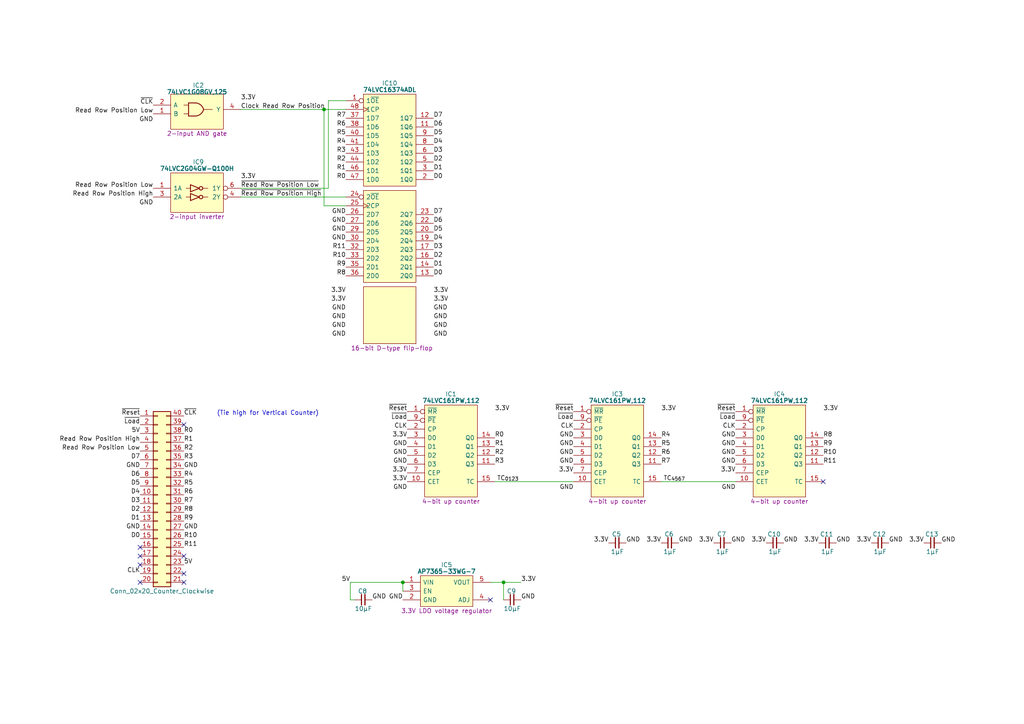
<source format=kicad_sch>
(kicad_sch (version 20230121) (generator eeschema)
  (paper "A4")
  (title_block (title "12bit Video Counter") (date "2023-11-11") (rev "V0"))
  (lib_symbols
    (symbol "Connector_Generic:Conn_02x20_Counter_Clockwise" (pin_names (offset 1.016) hide)
      (property "Reference" "J" (at 1.27 25.4 0))
      (property "Value" "Conn_02x20_Counter_Clockwise" (at 1.27 -27.94 0))
      (symbol "Conn_02x20_Counter_Clockwise_1_1"
        (rectangle (start -1.27 -25.273) (end 0 -25.527) (stroke (width 0.1524)))
        (rectangle (start -1.27 -22.733) (end 0 -22.987) (stroke (width 0.1524)))
        (rectangle (start -1.27 -20.193) (end 0 -20.447) (stroke (width 0.1524)))
        (rectangle (start -1.27 -17.653) (end 0 -17.907) (stroke (width 0.1524)))
        (rectangle (start -1.27 -15.113) (end 0 -15.367) (stroke (width 0.1524)))
        (rectangle (start -1.27 -12.573) (end 0 -12.827) (stroke (width 0.1524)))
        (rectangle (start -1.27 -10.033) (end 0 -10.287) (stroke (width 0.1524)))
        (rectangle (start -1.27 -7.493) (end 0 -7.747) (stroke (width 0.1524)))
        (rectangle (start -1.27 -4.953) (end 0 -5.207) (stroke (width 0.1524)))
        (rectangle (start -1.27 -2.413) (end 0 -2.667) (stroke (width 0.1524)))
        (rectangle (start -1.27 0.127) (end 0 -0.127) (stroke (width 0.1524)))
        (rectangle (start -1.27 2.667) (end 0 2.413) (stroke (width 0.1524)))
        (rectangle (start -1.27 5.207) (end 0 4.953) (stroke (width 0.1524)))
        (rectangle (start -1.27 7.747) (end 0 7.493) (stroke (width 0.1524)))
        (rectangle (start -1.27 10.287) (end 0 10.033) (stroke (width 0.1524)))
        (rectangle (start -1.27 12.827) (end 0 12.573) (stroke (width 0.1524)))
        (rectangle (start -1.27 15.367) (end 0 15.113) (stroke (width 0.1524)))
        (rectangle (start -1.27 17.907) (end 0 17.653) (stroke (width 0.1524)))
        (rectangle (start -1.27 20.447) (end 0 20.193) (stroke (width 0.1524)))
        (rectangle (start -1.27 22.987) (end 0 22.733) (stroke (width 0.1524)))
        (rectangle (start -1.27 24.13) (end 3.81 -26.67) (stroke (width 0.254)) (fill (type background)))
        (rectangle (start 3.81 -25.273) (end 2.54 -25.527) (stroke (width 0.1524)))
        (rectangle (start 3.81 -22.733) (end 2.54 -22.987) (stroke (width 0.1524)))
        (rectangle (start 3.81 -20.193) (end 2.54 -20.447) (stroke (width 0.1524)))
        (rectangle (start 3.81 -17.653) (end 2.54 -17.907) (stroke (width 0.1524)))
        (rectangle (start 3.81 -15.113) (end 2.54 -15.367) (stroke (width 0.1524)))
        (rectangle (start 3.81 -12.573) (end 2.54 -12.827) (stroke (width 0.1524)))
        (rectangle (start 3.81 -10.033) (end 2.54 -10.287) (stroke (width 0.1524)))
        (rectangle (start 3.81 -7.493) (end 2.54 -7.747) (stroke (width 0.1524)))
        (rectangle (start 3.81 -4.953) (end 2.54 -5.207) (stroke (width 0.1524)))
        (rectangle (start 3.81 -2.413) (end 2.54 -2.667) (stroke (width 0.1524)))
        (rectangle (start 3.81 0.127) (end 2.54 -0.127) (stroke (width 0.1524)))
        (rectangle (start 3.81 2.667) (end 2.54 2.413) (stroke (width 0.1524)))
        (rectangle (start 3.81 5.207) (end 2.54 4.953) (stroke (width 0.1524)))
        (rectangle (start 3.81 7.747) (end 2.54 7.493) (stroke (width 0.1524)))
        (rectangle (start 3.81 10.287) (end 2.54 10.033) (stroke (width 0.1524)))
        (rectangle (start 3.81 12.827) (end 2.54 12.573) (stroke (width 0.1524)))
        (rectangle (start 3.81 15.367) (end 2.54 15.113) (stroke (width 0.1524)))
        (rectangle (start 3.81 17.907) (end 2.54 17.653) (stroke (width 0.1524)))
        (rectangle (start 3.81 20.447) (end 2.54 20.193) (stroke (width 0.1524)))
        (rectangle (start 3.81 22.987) (end 2.54 22.733) (stroke (width 0.1524)))
        (pin passive line (at -5.08 22.86 0) (length 3.81) (name "Pin_1") (number "1"))
        (pin passive line (at -5.08 0 0) (length 3.81) (name "Pin_10") (number "10"))
        (pin passive line (at -5.08 -2.54 0) (length 3.81) (name "Pin_11") (number "11"))
        (pin passive line (at -5.08 -5.08 0) (length 3.81) (name "Pin_12") (number "12"))
        (pin passive line (at -5.08 -7.62 0) (length 3.81) (name "Pin_13") (number "13"))
        (pin passive line (at -5.08 -10.16 0) (length 3.81) (name "Pin_14") (number "14"))
        (pin passive line (at -5.08 -12.7 0) (length 3.81) (name "Pin_15") (number "15"))
        (pin passive line (at -5.08 -15.24 0) (length 3.81) (name "Pin_16") (number "16"))
        (pin passive line (at -5.08 -17.78 0) (length 3.81) (name "Pin_17") (number "17"))
        (pin passive line (at -5.08 -20.32 0) (length 3.81) (name "Pin_18") (number "18"))
        (pin passive line (at -5.08 -22.86 0) (length 3.81) (name "Pin_19") (number "19"))
        (pin passive line (at -5.08 20.32 0) (length 3.81) (name "Pin_2") (number "2"))
        (pin passive line (at -5.08 -25.4 0) (length 3.81) (name "Pin_20") (number "20"))
        (pin passive line (at 7.62 -25.4 180) (length 3.81) (name "Pin_21") (number "21"))
        (pin passive line (at 7.62 -22.86 180) (length 3.81) (name "Pin_22") (number "22"))
        (pin passive line (at 7.62 -20.32 180) (length 3.81) (name "Pin_23") (number "23"))
        (pin passive line (at 7.62 -17.78 180) (length 3.81) (name "Pin_24") (number "24"))
        (pin passive line (at 7.62 -15.24 180) (length 3.81) (name "Pin_25") (number "25"))
        (pin passive line (at 7.62 -12.7 180) (length 3.81) (name "Pin_26") (number "26"))
        (pin passive line (at 7.62 -10.16 180) (length 3.81) (name "Pin_27") (number "27"))
        (pin passive line (at 7.62 -7.62 180) (length 3.81) (name "Pin_28") (number "28"))
        (pin passive line (at 7.62 -5.08 180) (length 3.81) (name "Pin_29") (number "29"))
        (pin passive line (at -5.08 17.78 0) (length 3.81) (name "Pin_3") (number "3"))
        (pin passive line (at 7.62 -2.54 180) (length 3.81) (name "Pin_30") (number "30"))
        (pin passive line (at 7.62 0 180) (length 3.81) (name "Pin_31") (number "31"))
        (pin passive line (at 7.62 2.54 180) (length 3.81) (name "Pin_32") (number "32"))
        (pin passive line (at 7.62 5.08 180) (length 3.81) (name "Pin_33") (number "33"))
        (pin passive line (at 7.62 7.62 180) (length 3.81) (name "Pin_34") (number "34"))
        (pin passive line (at 7.62 10.16 180) (length 3.81) (name "Pin_35") (number "35"))
        (pin passive line (at 7.62 12.7 180) (length 3.81) (name "Pin_36") (number "36"))
        (pin passive line (at 7.62 15.24 180) (length 3.81) (name "Pin_37") (number "37"))
        (pin passive line (at 7.62 17.78 180) (length 3.81) (name "Pin_38") (number "38"))
        (pin passive line (at 7.62 20.32 180) (length 3.81) (name "Pin_39") (number "39"))
        (pin passive line (at -5.08 15.24 0) (length 3.81) (name "Pin_4") (number "4"))
        (pin passive line (at 7.62 22.86 180) (length 3.81) (name "Pin_40") (number "40"))
        (pin passive line (at -5.08 12.7 0) (length 3.81) (name "Pin_5") (number "5"))
        (pin passive line (at -5.08 10.16 0) (length 3.81) (name "Pin_6") (number "6"))
        (pin passive line (at -5.08 7.62 0) (length 3.81) (name "Pin_7") (number "7"))
        (pin passive line (at -5.08 5.08 0) (length 3.81) (name "Pin_8") (number "8"))
        (pin passive line (at -5.08 2.54 0) (length 3.81) (name "Pin_9") (number "9"))
      )
    )
    (symbol "Diodes_Inc:AP7365-33WG-7" (pin_names (offset 0.762))
      (property "Reference" "IC" (at 12.7 5.08 0))
      (property "Value" "AP7365-33WG-7" (at 12.7 3.175 0))
      (property "Description" "3.3V LDO voltage regulator" (at 12.7 -8.255 0))
      (symbol "AP7365-33WG-7_0_0"
        (pin passive line (at 0 0 0) (length 5.08) (name "VIN") (number "1"))
        (pin passive line (at 0 -5.08 0) (length 5.08) (name "GND") (number "2"))
        (pin input line (at 0 -2.54 0) (length 5.08) (name "EN") (number "3"))
        (pin passive line (at 25.4 -5.08 180) (length 5.08) (name "ADJ") (number "4"))
        (pin passive line (at 25.4 0 180) (length 5.08) (name "VOUT") (number "5"))
      )
      (symbol "AP7365-33WG-7_0_1"
        (polyline (pts (xy 5.08 1.905) (xy 20.32 1.905) (xy 20.32 -6.985) (xy 5.08 -6.985) (xy 5.08 1.905)) (fill (type background)))
      )
    )
    (symbol "HCP65:C_0805" (pin_numbers hide) (pin_names (offset 0.254) hide)
      (property "Reference" "C" (at 2.286 2.54 0))
      (property "Value" "?μF" (at 2.54 -2.54 0))
      (symbol "C_0805_0_1"
        (polyline (pts (xy 1.9685 -1.4605) (xy 1.9685 1.5875)) (stroke (width 0.3048)))
        (polyline (pts (xy 2.9845 -1.4605) (xy 2.9845 1.5875)) (stroke (width 0.3302)))
      )
      (symbol "C_0805_1_1"
        (pin passive line (at 0 0 0) (length 2.032) (name "~") (number "1"))
        (pin passive line (at 5.08 0 180) (length 2.032) (name "~") (number "2"))
      )
    )
    (symbol "Nexperia:74LVC161PW,112" (pin_names (offset 0.762))
      (property "Reference" "IC" (at 12.7 5.08 0))
      (property "Value" "74LVC161PW,112" (at 12.7 3.175 0))
      (property "Description" "4-bit up counter" (at 12.7 -26.035 0))
      (symbol "74LVC161PW,112_0_0"
        (pin input inverted (at 0 0 0) (length 5.08) (name "~{MR}") (number "1"))
        (pin input line (at 0 -20.32 0) (length 5.08) (name "CET") (number "10"))
        (pin output line (at 25.4 -15.24 180) (length 5.08) (name "Q3") (number "11"))
        (pin output line (at 25.4 -12.7 180) (length 5.08) (name "Q2") (number "12"))
        (pin output line (at 25.4 -10.16 180) (length 5.08) (name "Q1") (number "13"))
        (pin output line (at 25.4 -7.62 180) (length 5.08) (name "Q0") (number "14"))
        (pin output line (at 25.4 -20.32 180) (length 5.08) (name "TC") (number "15"))
        (pin passive line (at 25.4 0 180) (length 5.08) hide (name "3V") (number "16"))
        (pin input line (at 0 -5.08 0) (length 5.08) (name "CP") (number "2"))
        (pin input line (at 0 -7.62 0) (length 5.08) (name "D0") (number "3"))
        (pin input line (at 0 -10.16 0) (length 5.08) (name "D1") (number "4"))
        (pin input line (at 0 -12.7 0) (length 5.08) (name "D2") (number "5"))
        (pin input line (at 0 -15.24 0) (length 5.08) (name "D3") (number "6"))
        (pin input line (at 0 -17.78 0) (length 5.08) (name "CEP") (number "7"))
        (pin passive line (at 0 -22.86 0) (length 5.08) hide (name "GND") (number "8"))
        (pin input inverted (at 0 -2.54 0) (length 5.08) (name "~{PE}") (number "9"))
      )
      (symbol "74LVC161PW,112_0_1"
        (polyline (pts (xy 5.08 1.905) (xy 20.32 1.905) (xy 20.32 -24.765) (xy 5.08 -24.765) (xy 5.08 1.905)) (stroke (width 0.1524)) (fill (type background)))
      )
    )
    (symbol "Nexperia:74LVC16374ADL" (pin_names (offset 0.762))
      (property "Reference" "IC" (at 13.335 5.08 0))
      (property "Value" "74LVC16374ADL" (at 13.335 3.175 0))
      (property "Description" "16-bit D-type flip-flop" (at 13.97 -71.755 0))
      (symbol "74LVC16374ADL_0_0"
        (pin input inverted (at 0.635 0 0) (length 5.08) (name "1~{OE}") (number "1"))
        (pin tri_state line (at 26.035 -7.62 180) (length 5.08) (name "1Q6") (number "11"))
        (pin tri_state line (at 26.035 -5.08 180) (length 5.08) (name "1Q7") (number "12"))
        (pin tri_state line (at 26.035 -50.8 180) (length 5.08) (name "2Q0") (number "13"))
        (pin tri_state line (at 26.035 -48.26 180) (length 5.08) (name "2Q1") (number "14"))
        (pin tri_state line (at 26.035 -45.72 180) (length 5.08) (name "2Q2") (number "16"))
        (pin tri_state line (at 26.035 -43.18 180) (length 5.08) (name "2Q3") (number "17"))
        (pin tri_state line (at 26.035 -40.64 180) (length 5.08) (name "2Q4") (number "19"))
        (pin tri_state line (at 26.035 -22.86 180) (length 5.08) (name "1Q0") (number "2"))
        (pin tri_state line (at 26.035 -38.1 180) (length 5.08) (name "2Q5") (number "20"))
        (pin tri_state line (at 26.035 -33.02 180) (length 5.08) (name "2Q7") (number "23"))
        (pin input inverted (at 0.635 -27.94 0) (length 5.08) (name "2~{OE}") (number "24"))
        (pin input line (at 0.635 -33.02 0) (length 5.08) (name "2D7") (number "26"))
        (pin input line (at 0.635 -35.56 0) (length 5.08) (name "2D6") (number "27"))
        (pin input line (at 0.635 -38.1 0) (length 5.08) (name "2D5") (number "29"))
        (pin tri_state line (at 26.035 -20.32 180) (length 5.08) (name "1Q1") (number "3"))
        (pin input line (at 0.635 -40.64 0) (length 5.08) (name "2D4") (number "30"))
        (pin input line (at 0.635 -43.18 0) (length 5.08) (name "2D3") (number "32"))
        (pin input line (at 0.635 -45.72 0) (length 5.08) (name "2D2") (number "33"))
        (pin input line (at 0.635 -48.26 0) (length 5.08) (name "2D1") (number "35"))
        (pin input line (at 0.635 -50.8 0) (length 5.08) (name "2D0") (number "36"))
        (pin input line (at 0.635 -5.08 0) (length 5.08) (name "1D7") (number "37"))
        (pin input line (at 0.635 -10.16 0) (length 5.08) (name "1D5") (number "40"))
        (pin input line (at 0.635 -12.7 0) (length 5.08) (name "1D4") (number "41"))
        (pin input line (at 0.635 -15.24 0) (length 5.08) (name "1D3") (number "43"))
        (pin input line (at 0.635 -17.78 0) (length 5.08) (name "1D2") (number "44"))
        (pin input line (at 0.635 -20.32 0) (length 5.08) (name "1D1") (number "46"))
        (pin input line (at 0.635 -22.86 0) (length 5.08) (name "1D0") (number "47"))
        (pin tri_state line (at 26.035 -17.78 180) (length 5.08) (name "1Q2") (number "5"))
        (pin tri_state line (at 26.035 -15.24 180) (length 5.08) (name "1Q3") (number "6"))
        (pin tri_state line (at 26.035 -12.7 180) (length 5.08) (name "1Q4") (number "8"))
        (pin tri_state line (at 26.035 -10.16 180) (length 5.08) (name "1Q5") (number "9"))
      )
      (symbol "74LVC16374ADL_0_1"
        (polyline (pts (xy 5.715 -53.975) (xy 20.955 -53.975) (xy 20.955 -70.485) (xy 5.715 -70.485) (xy 5.715 -53.975)) (stroke (width 0.1524)) (fill (type background)))
        (polyline (pts (xy 5.715 -26.035) (xy 20.955 -26.035) (xy 20.955 -52.705) (xy 5.715 -52.705) (xy 5.715 -26.035)) (stroke (width 0.1524)) (fill (type background)))
        (polyline (pts (xy 5.715 1.905) (xy 20.955 1.905) (xy 20.955 -24.765) (xy 5.715 -24.765) (xy 5.715 1.905)) (stroke (width 0.1524)) (fill (type background)))
      )
      (symbol "74LVC16374ADL_1_0"
        (pin passive line (at 0.635 -63.5 0) (length 5.08) hide (name "GND") (number "10"))
        (pin passive line (at 0.635 -66.04 0) (length 5.08) hide (name "GND") (number "15"))
        (pin passive line (at 0.635 -58.42 0) (length 5.08) hide (name "3V") (number "18"))
        (pin passive line (at 0.635 -68.58 0) (length 5.08) hide (name "GND") (number "21"))
        (pin tri_state line (at 26.035 -35.56 180) (length 5.08) (name "2Q6") (number "22"))
        (pin input clock (at 0.635 -30.48 0) (length 5.08) (name "2CP") (number "25"))
        (pin passive line (at 26.035 -68.58 180) (length 5.08) hide (name "GND") (number "28"))
        (pin passive line (at 26.035 -58.42 180) (length 5.08) hide (name "3V") (number "31"))
        (pin passive line (at 26.035 -66.04 180) (length 5.08) hide (name "GND") (number "34"))
        (pin input line (at 0.635 -7.62 0) (length 5.08) (name "1D6") (number "38"))
        (pin passive line (at 26.035 -63.5 180) (length 5.08) hide (name "GND") (number "39"))
        (pin passive line (at 0.635 -60.96 0) (length 5.08) hide (name "GND") (number "4"))
        (pin passive line (at 26.035 -55.88 180) (length 5.08) hide (name "3V") (number "42"))
        (pin passive line (at 26.035 -60.96 180) (length 5.08) hide (name "GND") (number "45"))
        (pin input clock (at 0.635 -2.54 0) (length 5.08) (name "1CP") (number "48"))
        (pin passive line (at 0.635 -55.88 0) (length 5.08) hide (name "3V") (number "7"))
      )
    )
    (symbol "Nexperia:74LVC1G08GV,125" (pin_names (offset 0.762))
      (property "Reference" "IC" (at 11.43 6.35 0))
      (property "Value" "74LVC1G08GV,125" (at 12.7 4.445 0))
      (property "Description" "2-input AND gate" (at 12.7 -8.255 0))
      (symbol "74LVC1G08GV,125_0_0"
        (pin input line (at 0 -2.54 0) (length 5.08) (name "B") (number "1"))
        (pin input line (at 0 0 0) (length 5.08) (name "A") (number "2"))
        (pin passive line (at 0 -5.08 0) (length 5.08) hide (name "GND") (number "3"))
        (pin output line (at 25.4 -1.27 180) (length 5.08) (name "Y") (number "4"))
        (pin passive line (at 25.4 1.27 180) (length 5.08) hide (name "3V") (number "5"))
      )
      (symbol "74LVC1G08GV,125_0_1"
        (polyline (pts (xy 8.89 -2.54) (xy 10.1599 -2.54)))
        (polyline (pts (xy 8.89 0) (xy 10.1599 0)))
        (polyline (pts (xy 10.248 0.635) (xy 10.248 -3.175)) (stroke (width 0.254)) (fill (type background)))
        (polyline (pts (xy 12.065 -3.175) (xy 10.248 -3.175)) (stroke (width 0.254)) (fill (type background)))
        (polyline (pts (xy 12.065 0.635) (xy 10.248 0.635)) (stroke (width 0.254)) (fill (type background)))
        (polyline (pts (xy 14.605 -1.27) (xy 17.145 -1.27)))
        (polyline (pts (xy 5.08 3.175) (xy 20.32 3.175) (xy 20.32 -6.985) (xy 5.08 -6.985) (xy 5.08 3.175)) (stroke (width 0.1524)) (fill (type background)))
        (arc (start 12.065 -3.175) (mid 13.6634 -2.6604) (end 14.605 -1.27) (stroke (width 0.254)))
        (arc (start 14.605 -1.27) (mid 13.6644 0.1222) (end 12.065 0.635) (stroke (width 0.254)))
      )
    )
    (symbol "Nexperia:74LVC2G04GW-Q100H" (pin_names (offset 0.762))
      (property "Reference" "IC" (at 11.43 7.62 0))
      (property "Value" "74LVC2G04GW-Q100H" (at 12.7 5.715 0))
      (property "Description" "2-input inverter" (at 12.7 -8.255 0))
      (symbol "74LVC2G04GW-Q100H_0_0"
        (pin input line (at 0 0 0) (length 5.08) (name "1A") (number "1"))
        (pin passive line (at 0 -5.08 0) (length 5.08) hide (name "GND") (number "2"))
        (pin input line (at 0 -2.54 0) (length 5.08) (name "2A") (number "3"))
        (pin output inverted (at 25.4 -2.54 180) (length 5.08) (name "2Y") (number "4"))
        (pin passive line (at 25.4 2.54 180) (length 5.08) hide (name "3V") (number "5"))
        (pin output inverted (at 25.4 0 180) (length 5.08) (name "1Y") (number "6"))
      )
      (symbol "74LVC2G04GW-Q100H_0_1"
        (polyline (pts (xy 9.525 -2.54) (xy 10.7949 -2.54)))
        (polyline (pts (xy 9.525 0) (xy 10.7949 0)))
        (polyline (pts (xy 14.351 -2.54) (xy 15.875 -2.54)))
        (polyline (pts (xy 14.351 0) (xy 15.875 0)))
        (polyline (pts (xy 10.795 -3.556) (xy 13.335 -2.54) (xy 10.795 -1.524)) (stroke (width 0.254)))
        (polyline (pts (xy 10.795 -1.016) (xy 13.335 0) (xy 10.795 1.016)) (stroke (width 0.254)))
        (polyline (pts (xy 5.08 4.445) (xy 20.32 4.445) (xy 20.32 -6.985) (xy 5.08 -6.985) (xy 5.08 4.445)) (stroke (width 0.1524)) (fill (type background)))
        (rectangle (start 10.795 -1.524) (end 10.795 -3.556) (stroke (width 0.254)) (fill (type background)))
        (rectangle (start 10.795 1.016) (end 10.795 -1.016) (stroke (width 0.254)) (fill (type background)))
        (circle (center 13.843 -2.54) (radius 0.508) (stroke (width 0.254)))
        (circle (center 13.843 0) (radius 0.508) (stroke (width 0.254)))
      )
    )
  )
  (junction (at 93.98 31.75))
  (junction (at 116.84 168.91))
  (junction (at 146.05 168.91))
  (no_connect (at 40.64 168.91))
  (no_connect (at 142.24 173.99))
  (no_connect (at 53.34 166.37))
  (no_connect (at 53.34 161.29))
  (no_connect (at 53.34 168.91))
  (no_connect (at 53.34 123.19))
  (no_connect (at 40.64 158.75))
  (no_connect (at 238.76 139.7))
  (no_connect (at 40.64 163.83))
  (no_connect (at 40.64 161.29))
  (wire (pts (xy 69.85 31.75) (xy 93.98 31.75)))
  (wire (pts (xy 146.05 173.99) (xy 146.05 168.91)))
  (wire (pts (xy 93.98 59.69) (xy 100.33 59.69)))
  (wire (pts (xy 101.6 168.91) (xy 116.84 168.91)))
  (wire (pts (xy 116.84 168.91) (xy 116.84 171.45)))
  (wire (pts (xy 95.25 29.21) (xy 100.33 29.21)))
  (wire (pts (xy 142.24 168.91) (xy 146.05 168.91)))
  (wire (pts (xy 143.51 139.7) (xy 166.37 139.7)))
  (wire (pts (xy 101.6 168.91) (xy 101.6 173.99)))
  (wire (pts (xy 191.77 139.7) (xy 213.36 139.7)))
  (wire (pts (xy 93.98 31.75) (xy 100.33 31.75)))
  (wire (pts (xy 69.85 54.61) (xy 95.25 54.61)))
  (wire (pts (xy 69.85 57.15) (xy 100.33 57.15)))
  (wire (pts (xy 95.25 54.61) (xy 95.25 29.21)))
  (wire (pts (xy 93.98 31.75) (xy 93.98 59.69)))
  (wire (pts (xy 101.6 173.99) (xy 102.87 173.99)))
  (wire (pts (xy 146.05 168.91) (xy 151.13 168.91)))
  (text "(Tie high for Vertical Counter)" (at 62.865 120.65 0) (effects (font (size 1.27 1.27)) (justify left bottom)))
  (label "R7" (at 100.33 34.29 180))
  (label "R3" (at 143.51 134.62 0))
  (label "GND" (at 213.36 129.54 180))
  (label "R11" (at 238.76 134.62 0))
  (label "~{Load}" (at 40.64 123.19 180))
  (label "R10" (at 238.76 132.08 0))
  (label "R6" (at 53.34 143.51 0))
  (label "3.3V" (at 69.85 29.21 0))
  (label "GND" (at 100.33 67.31 180))
  (label "R5" (at 53.34 140.97 0))
  (label "R0" (at 100.33 52.07 180))
  (label "R9" (at 238.76 129.54 0))
  (label "GND" (at 40.64 135.89 180))
  (label "R8" (at 238.76 127 0))
  (label "D0" (at 125.73 52.07 0))
  (label "R11" (at 100.33 72.39 180))
  (label "R2" (at 100.33 46.99 180))
  (label "GND" (at 242.57 157.48 0))
  (label "D7" (at 125.73 34.29 0))
  (label "GND" (at 100.33 64.77 180))
  (label "GND" (at 166.37 134.62 180))
  (label "GND" (at 151.13 173.99 0))
  (label "~{Read Row Position Low}" (at 69.85 54.61 0))
  (label "D7" (at 40.64 133.35 180))
  (label "GND" (at 213.36 132.08 180))
  (label "GND" (at 125.73 97.79 0))
  (label "R8" (at 53.34 148.59 0))
  (label "TC_{0123}" (at 144.145 139.7 0))
  (label "GND" (at 118.11 132.08 180))
  (label "GND" (at 100.33 95.25 180))
  (label "3.3V" (at 100.33 87.63 180))
  (label "GND" (at 196.85 157.48 0))
  (label "D1" (at 125.73 49.53 0))
  (label "5V" (at 40.64 125.73 180))
  (label "D1" (at 125.73 77.47 0))
  (label "3.3V" (at 166.37 137.16 180))
  (label "D2" (at 125.73 46.99 0))
  (label "GND" (at 44.45 35.56 180))
  (label "D3" (at 125.73 72.39 0))
  (label "3.3V" (at 143.51 119.38 0))
  (label "D7" (at 125.73 62.23 0))
  (label "GND" (at 125.73 95.25 0))
  (label "5V" (at 53.34 163.83 0))
  (label "GND" (at 107.95 173.99 0))
  (label "5V" (at 101.6 168.91 180))
  (label "GND" (at 118.11 134.62 180))
  (label "TC_{4567}" (at 192.405 139.7 0))
  (label "R3" (at 100.33 44.45 180))
  (label "GND" (at 100.33 97.79 180))
  (label "R7" (at 53.34 146.05 0))
  (label "R7" (at 191.77 134.62 0))
  (label "GND" (at 166.37 142.24 180))
  (label "Read Row Position Low" (at 44.45 54.61 180))
  (label "D2" (at 125.73 74.93 0))
  (label "GND" (at 213.36 127 180))
  (label "R11" (at 53.34 158.75 0))
  (label "GND" (at 100.33 62.23 180))
  (label "D0" (at 40.64 156.21 180))
  (label "R1" (at 143.51 129.54 0))
  (label "GND" (at 166.37 127 180))
  (label "GND" (at 116.84 173.99 180))
  (label "GND" (at 118.11 142.24 180))
  (label "R5" (at 100.33 39.37 180))
  (label "R2" (at 53.34 130.81 0))
  (label "R10" (at 100.33 74.93 180))
  (label "D5" (at 40.64 140.97 180))
  (label "Read Row Position Low" (at 40.64 130.81 180))
  (label "GND" (at 118.11 129.54 180))
  (label "D0" (at 125.73 80.01 0))
  (label "CLK" (at 213.36 124.46 180))
  (label "D3" (at 125.73 44.45 0))
  (label "3.3V" (at 100.33 85.09 180))
  (label "Read Row Position High" (at 44.45 57.15 180))
  (label "3.3V" (at 237.49 157.48 180))
  (label "R6" (at 191.77 132.08 0))
  (label "3.3V" (at 118.11 127 180))
  (label "D6" (at 40.64 138.43 180))
  (label "~{Reset}" (at 118.11 119.38 180))
  (label "R1" (at 53.34 128.27 0))
  (label "Clock Read Row Position" (at 69.85 31.75 0))
  (label "3.3V" (at 222.25 157.48 180))
  (label "R3" (at 53.34 133.35 0))
  (label "3.3V" (at 213.36 137.16 180))
  (label "CLK" (at 40.64 166.37 180))
  (label "R4" (at 53.34 138.43 0))
  (label "R9" (at 100.33 77.47 180))
  (label "GND" (at 125.73 92.71 0))
  (label "GND" (at 213.36 142.24 180))
  (label "3.3V" (at 191.77 119.38 0))
  (label "R0" (at 53.34 125.73 0))
  (label "~{Load}" (at 118.11 121.92 180))
  (label "D4" (at 125.73 41.91 0))
  (label "3.3V" (at 125.73 85.09 0))
  (label "R2" (at 143.51 132.08 0))
  (label "3.3V" (at 238.76 119.38 0))
  (label "GND" (at 166.37 129.54 180))
  (label "GND" (at 125.73 90.17 0))
  (label "GND" (at 44.45 59.69 180))
  (label "R10" (at 53.34 156.21 0))
  (label "~{Load}" (at 213.36 121.92 180))
  (label "Read Row Position Low" (at 44.45 33.02 180))
  (label "R8" (at 100.33 80.01 180))
  (label "CLK" (at 118.11 124.46 180))
  (label "R6" (at 100.33 36.83 180))
  (label "D4" (at 40.64 143.51 180))
  (label "R4" (at 191.77 127 0))
  (label "GND" (at 166.37 132.08 180))
  (label "GND" (at 40.64 153.67 180))
  (label "3.3V" (at 151.13 168.91 0))
  (label "D3" (at 40.64 146.05 180))
  (label "GND" (at 181.61 157.48 0))
  (label "GND" (at 100.33 92.71 180))
  (label "~{Reset}" (at 166.37 119.38 180))
  (label "D6" (at 125.73 36.83 0))
  (label "3.3V" (at 118.11 139.7 180))
  (label "D4" (at 125.73 69.85 0))
  (label "3.3V" (at 207.01 157.48 180))
  (label "GND" (at 212.09 157.48 0))
  (label "~{Read Row Position High}" (at 69.85 57.15 0))
  (label "GND" (at 53.34 153.67 0))
  (label "D1" (at 40.64 151.13 180))
  (label "GND" (at 53.34 135.89 0))
  (label "~{Load}" (at 166.37 121.92 180))
  (label "3.3V" (at 125.73 87.63 0))
  (label "~{CLK}" (at 53.34 120.65 0))
  (label "GND" (at 273.05 157.48 0))
  (label "R9" (at 53.34 151.13 0))
  (label "3.3V" (at 191.77 157.48 180))
  (label "R0" (at 143.51 127 0))
  (label "R1" (at 100.33 49.53 180))
  (label "CLK" (at 166.37 124.46 180))
  (label "~{Reset}" (at 213.36 119.38 180))
  (label "3.3V" (at 252.73 157.48 180))
  (label "D6" (at 125.73 64.77 0))
  (label "3.3V" (at 176.53 157.48 180))
  (label "~{Reset}" (at 40.64 120.65 180))
  (label "R5" (at 191.77 129.54 0))
  (label "~{CLK}" (at 44.45 30.48 180))
  (label "D5" (at 125.73 67.31 0))
  (label "D5" (at 125.73 39.37 0))
  (label "3.3V" (at 69.85 52.07 0))
  (label "Read Row Position High" (at 40.64 128.27 180))
  (label "GND" (at 213.36 134.62 180))
  (label "GND" (at 100.33 90.17 180))
  (label "D2" (at 40.64 148.59 180))
  (label "GND" (at 227.33 157.48 0))
  (label "GND" (at 257.81 157.48 0))
  (label "GND" (at 100.33 69.85 180))
  (label "R4" (at 100.33 41.91 180))
  (label "3.3V" (at 267.97 157.48 180))
  (label "3.3V" (at 118.11 137.16 180))
  (symbol (lib_id "HCP65:C_0805") (at 207.01 157.48 0) (unit 1)
    (property "Reference" "C7" (at 209.296 154.94 0))
    (property "Value" "1μF" (at 209.55 160.02 0))
    (property "Footprint" "SamacSys_Parts:C_0805" (effects hide))
  )
  (symbol (lib_id "HCP65:C_0805") (at 252.73 157.48 0) (unit 1)
    (property "Reference" "C12" (at 255.016 154.94 0))
    (property "Value" "1μF" (at 255.27 160.02 0))
    (property "Footprint" "SamacSys_Parts:C_0805" (effects hide))
  )
  (symbol (lib_id "HCP65:C_0805") (at 191.77 157.48 0) (unit 1)
    (property "Reference" "C6" (at 194.056 154.94 0))
    (property "Value" "1μF" (at 194.31 160.02 0))
    (property "Footprint" "SamacSys_Parts:C_0805" (effects hide))
  )
  (symbol (lib_id "Nexperia:74LVC16374ADL") (at 99.695 29.21 0) (unit 1)
    (property "Reference" "IC10" (at 113.03 24.13 0))
    (property "Value" "74LVC16374ADL" (at 113.03 26.035 0) (effects (font bold)))
    (property "Footprint" "SOP64P1025X280-48N" (effects hide))
    (property "Datasheet" "https://datasheet.datasheetarchive.com/originals/distributors/Datasheets-112/DSAP0046332.pdf" (effects hide))
    (property "Description" "16-bit D-type flip-flop" (at 113.665 100.965 0))
    (property "Height" "2.8" (effects hide))
    (property "Manufacturer_Name" "Nexperia" (effects hide))
    (property "Manufacturer_Part_Number" "74LVC16374ADL" (effects hide))
    (property "Mouser Part Number" "771-74LVC16374ADL" (effects hide))
    (property "Mouser Price/Stock" "https://www.mouser.com/Search/Refine.aspx?Keyword=771-74LVC16374ADL" (effects hide))
    (property "Silkscreen" "74LVC16374" (effects hide))
  )
  (symbol (lib_id "HCP65:C_0805") (at 222.25 157.48 0) (unit 1)
    (property "Reference" "C10" (at 224.536 154.94 0))
    (property "Value" "1μF" (at 224.79 160.02 0))
    (property "Footprint" "SamacSys_Parts:C_0805" (effects hide))
  )
  (symbol (lib_id "Nexperia:74LVC161PW,112") (at 166.37 119.38 0) (unit 1)
    (property "Reference" "IC3" (at 179.07 114.3 0))
    (property "Value" "74LVC161PW,112" (at 179.07 116.205 0) (effects (font bold)))
    (property "Footprint" "SOP65P640X110-16N" (effects hide))
    (property "Datasheet" "https://assets.nexperia.com/documents/data-sheet/74LVC161.pdf" (effects hide))
    (property "Description" "4-bit up counter" (at 179.07 145.415 0))
    (property "Height" "1.1" (effects hide))
    (property "Mouser Part Number" "771-LVC161PW112" (effects hide))
    (property "Mouser Price/Stock" "https://www.mouser.co.uk/ProductDetail/Nexperia/74LVC161PW112?qs=me8TqzrmIYXBQ64YL7POQw%3D%3D" (effects hide))
    (property "Manufacturer_Name" "Nexperia" (effects hide))
    (property "Manufacturer_Part_Number" "74LVC161PW,112" (effects hide))
    (property "Silkscreen" "74LVC161" (effects hide))
  )
  (symbol (lib_id "Nexperia:74LVC161PW,112") (at 213.36 119.38 0) (unit 1)
    (property "Reference" "IC4" (at 226.06 114.3 0))
    (property "Value" "74LVC161PW,112" (at 226.06 116.205 0) (effects (font bold)))
    (property "Footprint" "SOP65P640X110-16N" (effects hide))
    (property "Datasheet" "https://assets.nexperia.com/documents/data-sheet/74LVC161.pdf" (effects hide))
    (property "Description" "4-bit up counter" (at 226.06 145.415 0))
    (property "Height" "1.1" (effects hide))
    (property "Mouser Part Number" "771-LVC161PW112" (effects hide))
    (property "Mouser Price/Stock" "https://www.mouser.co.uk/ProductDetail/Nexperia/74LVC161PW112?qs=me8TqzrmIYXBQ64YL7POQw%3D%3D" (effects hide))
    (property "Manufacturer_Name" "Nexperia" (effects hide))
    (property "Manufacturer_Part_Number" "74LVC161PW,112" (effects hide))
    (property "Silkscreen" "74LVC161" (effects hide))
  )
  (symbol (lib_id "HCP65:C_0805") (at 102.87 173.99 0) (unit 1)
    (property "Reference" "C8" (at 105.156 171.45 0))
    (property "Value" "10µF" (at 102.87 176.53 0) (effects (justify left)))
    (property "Footprint" "SamacSys_Parts:C_0805" (effects hide))
  )
  (symbol (lib_id "Nexperia:74LVC2G04GW-Q100H") (at 44.45 54.61 0) (unit 1)
    (property "Reference" "IC9" (at 55.88 46.99 0) (effects (justify left)))
    (property "Value" "74LVC2G04GW-Q100H" (at 57.15 48.895 0) (effects (font bold)))
    (property "Footprint" "SOP65P210X110-6N" (effects hide))
    (property "Datasheet" "https://assets.nexperia.com/documents/data-sheet/74LVC2G04_Q100.pdf" (effects hide))
    (property "Description" "2-input inverter" (at 57.15 62.865 0))
    (property "Height" "1.1" (effects hide))
    (property "Manufacturer_Name" "Nexperia" (effects hide))
    (property "Manufacturer_Part_Number" "74LVC2G04GW-Q100H" (effects hide))
    (property "Mouser Part Number" "771-74LVC2G04GWQ100H" (effects hide))
    (property "Mouser Price/Stock" "https://www.mouser.co.uk/ProductDetail/Nexperia/74LVC2G04GW-Q100H?qs=Yna0arPQ0CQTXbBDVSrZqQ%3D%3D" (effects hide))
    (property "Silkscreen" "'2G04" (effects hide))
  )
  (symbol (lib_id "HCP65:C_0805") (at 267.97 157.48 0) (unit 1)
    (property "Reference" "C13" (at 270.256 154.94 0))
    (property "Value" "1μF" (at 270.51 160.02 0))
    (property "Footprint" "SamacSys_Parts:C_0805" (effects hide))
  )
  (symbol (lib_id "Connector_Generic:Conn_02x20_Counter_Clockwise") (at 45.72 143.51 0) (unit 1)
    (property "Reference" "J3" (effects hide))
    (property "Value" "Conn_02x20_Counter_Clockwise" (at 46.99 171.45 0))
    (property "Footprint" "SamacSys_Parts:DIP-40_Board_W15.24mm" (effects hide))
  )
  (symbol (lib_id "Diodes_Inc:AP7365-33WG-7") (at 116.84 168.91 0) (unit 1)
    (property "Reference" "IC5" (at 129.54 163.83 0))
    (property "Value" "AP7365-33WG-7" (at 129.54 165.735 0) (effects (font bold)))
    (property "Footprint" "SOT95P285X130-5N" (effects hide))
    (property "Datasheet" "https://componentsearchengine.com/Datasheets/1/AP7365-33WG-7.pdf" (effects hide))
    (property "Description" "3.3V LDO voltage regulator" (at 129.54 177.165 0))
    (property "Height" "1.3" (effects hide))
    (property "Manufacturer_Name" "Diodes Inc." (effects hide))
    (property "Manufacturer_Part_Number" "AP7365-33WG-7" (effects hide))
    (property "Mouser Part Number" "621-AP7365-33WG-7" (effects hide))
    (property "Mouser Price/Stock" "https://www.mouser.co.uk/ProductDetail/Diodes-Incorporated/AP7365-33WG-7?qs=abZ1nkZpTuOZFvxvoFPL0w%3D%3D" (effects hide))
    (property "Arrow Part Number" "AP7365-33WG-7" (effects hide))
    (property "Arrow Price/Stock" "https://www.arrow.com/en/products/ap7365-33wg-7/diodes-incorporated?region=nac" (effects hide))
    (property "Silkscreen" "AP7365" (effects hide))
  )
  (symbol (lib_id "HCP65:C_0805") (at 176.53 157.48 0) (unit 1)
    (property "Reference" "C5" (at 178.816 154.94 0))
    (property "Value" "1μF" (at 179.07 160.02 0))
    (property "Footprint" "SamacSys_Parts:C_0805" (effects hide))
  )
  (symbol (lib_id "Nexperia:74LVC1G08GV,125") (at 44.45 30.48 0) (unit 1)
    (property "Reference" "IC2" (at 55.88 24.765 0) (effects (justify left)))
    (property "Value" "74LVC1G08GV,125" (at 57.15 26.67 0) (effects (font bold)))
    (property "Footprint" "SOT95P275X110-5N" (effects hide))
    (property "Datasheet" "https://assets.nexperia.com/documents/data-sheet/74LVC1G08.pdf" (effects hide))
    (property "Description" "2-input AND gate" (at 57.15 38.735 0))
    (property "Height" "1.1" (effects hide))
    (property "Manufacturer_Name" "Nexperia" (effects hide))
    (property "Manufacturer_Part_Number" "74LVC1G08GV,125" (effects hide))
    (property "Mouser Part Number" "771-74LVC1G08GV" (effects hide))
    (property "Mouser Price/Stock" "https://www.mouser.co.uk/ProductDetail/Nexperia/74LVC1G08GV125?qs=me8TqzrmIYXEnurJEPZc7A%3D%3D" (effects hide))
    (property "Arrow Part Number" "74LVC1G08GV,125" (effects hide))
    (property "Arrow Price/Stock" "https://www.arrow.com/en/products/74lvc1g08gv125/nexperia" (effects hide))
    (property "Silkscreen" "'1G08" (effects hide))
  )
  (symbol (lib_id "HCP65:C_0805") (at 146.05 173.99 0) (unit 1)
    (property "Reference" "C9" (at 148.336 171.45 0))
    (property "Value" "10µF" (at 146.05 176.53 0) (effects (justify left)))
    (property "Footprint" "SamacSys_Parts:C_0805" (effects hide))
  )
  (symbol (lib_id "HCP65:C_0805") (at 237.49 157.48 0) (unit 1)
    (property "Reference" "C11" (at 239.776 154.94 0))
    (property "Value" "1μF" (at 240.03 160.02 0))
    (property "Footprint" "SamacSys_Parts:C_0805" (effects hide))
  )
  (symbol (lib_id "Nexperia:74LVC161PW,112") (at 118.11 119.38 0) (unit 1)
    (property "Reference" "IC1" (at 130.81 114.3 0))
    (property "Value" "74LVC161PW,112" (at 130.81 116.205 0) (effects (font bold)))
    (property "Footprint" "SOP65P640X110-16N" (effects hide))
    (property "Datasheet" "https://assets.nexperia.com/documents/data-sheet/74LVC161.pdf" (effects hide))
    (property "Description" "4-bit up counter" (at 130.81 145.415 0))
    (property "Height" "1.1" (effects hide))
    (property "Mouser Part Number" "771-LVC161PW112" (effects hide))
    (property "Mouser Price/Stock" "https://www.mouser.co.uk/ProductDetail/Nexperia/74LVC161PW112?qs=me8TqzrmIYXBQ64YL7POQw%3D%3D" (effects hide))
    (property "Manufacturer_Name" "Nexperia" (effects hide))
    (property "Manufacturer_Part_Number" "74LVC161PW,112" (effects hide))
    (property "Silkscreen" "74LVC161" (effects hide))
  )
)
</source>
